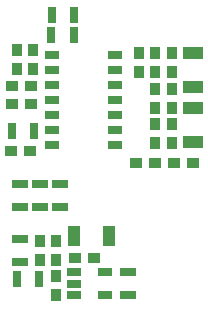
<source format=gbp>
G04*
G04 #@! TF.GenerationSoftware,Altium Limited,Altium Designer,23.4.1 (23)*
G04*
G04 Layer_Color=128*
%FSLAX25Y25*%
%MOIN*%
G70*
G04*
G04 #@! TF.SameCoordinates,687DAE7F-2A6D-4925-9110-F28A9C07312E*
G04*
G04*
G04 #@! TF.FilePolarity,Positive*
G04*
G01*
G75*
%ADD21R,0.03150X0.05512*%
%ADD22R,0.04194X0.03494*%
%ADD23R,0.05512X0.03150*%
%ADD27R,0.03494X0.04194*%
%ADD174R,0.06693X0.03937*%
%ADD175R,0.05039X0.02677*%
%ADD176R,0.04724X0.02756*%
%ADD177R,0.03937X0.06693*%
D21*
X306496Y66142D02*
D03*
X313976D02*
D03*
X308071Y16929D02*
D03*
X315551D02*
D03*
X327165Y98032D02*
D03*
X319685D02*
D03*
X327362Y104724D02*
D03*
X319882D02*
D03*
D22*
X312993Y75197D02*
D03*
X306693D02*
D03*
X312993Y81102D02*
D03*
X306693D02*
D03*
X312599Y59449D02*
D03*
X306299D02*
D03*
X348031Y55512D02*
D03*
X354331D02*
D03*
X360630D02*
D03*
X366930D02*
D03*
X327559Y24016D02*
D03*
X333859D02*
D03*
D23*
X309055Y40945D02*
D03*
Y48425D02*
D03*
X315748Y40945D02*
D03*
Y48425D02*
D03*
X322441Y40945D02*
D03*
Y48425D02*
D03*
X309055Y22638D02*
D03*
Y30118D02*
D03*
X345276Y19094D02*
D03*
Y11614D02*
D03*
D27*
X308268Y87007D02*
D03*
Y93307D02*
D03*
X313386Y93307D02*
D03*
Y87007D02*
D03*
X348819Y92126D02*
D03*
Y85826D02*
D03*
X354331Y85826D02*
D03*
Y92126D02*
D03*
X359842Y85826D02*
D03*
Y92126D02*
D03*
X354331Y80315D02*
D03*
Y74015D02*
D03*
X359842Y74015D02*
D03*
Y80315D02*
D03*
X354331Y68504D02*
D03*
Y62204D02*
D03*
X359842Y68504D02*
D03*
Y62204D02*
D03*
X315748Y29528D02*
D03*
Y23227D02*
D03*
X321260Y29528D02*
D03*
Y23227D02*
D03*
Y17717D02*
D03*
Y11417D02*
D03*
D174*
X366929Y92323D02*
D03*
Y80905D02*
D03*
Y62402D02*
D03*
Y73819D02*
D03*
D175*
X319843Y61378D02*
D03*
Y66378D02*
D03*
Y71378D02*
D03*
Y76378D02*
D03*
Y81378D02*
D03*
Y86378D02*
D03*
Y91378D02*
D03*
X340787Y61378D02*
D03*
Y66378D02*
D03*
Y71378D02*
D03*
Y76378D02*
D03*
Y81378D02*
D03*
Y86378D02*
D03*
Y91378D02*
D03*
D176*
X327165Y11614D02*
D03*
Y15354D02*
D03*
Y19094D02*
D03*
X337402D02*
D03*
Y11614D02*
D03*
D177*
X338779Y31102D02*
D03*
X327362D02*
D03*
M02*

</source>
